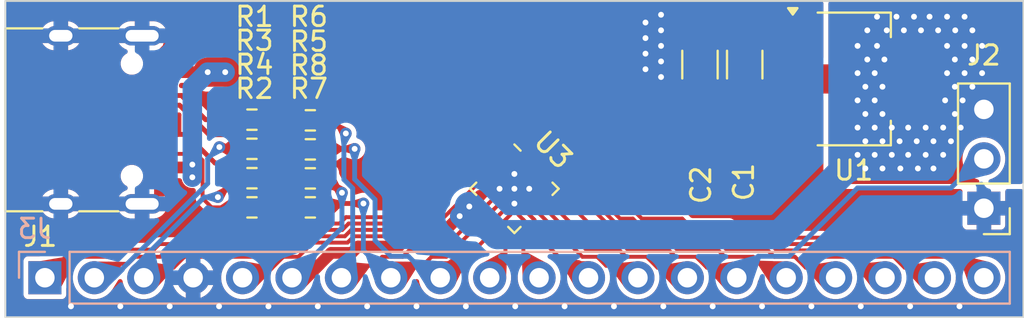
<source format=kicad_pcb>
(kicad_pcb (version 20241229) (generator "pcbnew") (generator_version "9.0")
  (layers (0 "F.Cu" signal) (2 "B.Cu" signal) (13 "F.Paste" user) (15 "B.Paste" user) (5 "F.SilkS" user "F.Silks") (7 "B.SilkS" user "B.Silks") (1 "F.Mask" user) (3 "B.Mask" user) (25 "Edge.Cuts" user))
  (net 0 "")
  (net 1 "GND")
  (net 2 "Net-(U1-VI)")
  (net 3 "VCC")
  (net 4 "Net-(J1-CC1)")
  (net 5 "Net-(J1-D+-PadA6)")
  (net 6 "Net-(J1-D--PadA7)")
  (net 8 "Net-(J1-CC2)")
  (net 10 "Net-(J2-Pin_2)")
  (net 11 "Net-(J3-Pin_1)")
  (net 12 "Net-(J3-Pin_2)")
  (net 13 "Net-(J3-Pin_3)")
  (net 14 "Net-(J3-Pin_5)")
  (net 15 "Net-(J3-Pin_7)")
  (net 16 "Net-(J3-Pin_8)")
  (net 17 "Net-(J3-Pin_9)")
  (net 18 "Net-(J3-Pin_10)")
  (net 19 "Net-(J3-Pin_11)")
  (net 20 "Net-(J3-Pin_12)")
  (net 21 "Net-(J3-Pin_13)")
  (net 22 "Net-(J3-Pin_14)")
  (net 23 "Net-(J3-Pin_16)")
  (net 24 "Net-(J3-Pin_17)")
  (net 25 "Net-(J3-Pin_18)")
  (net 26 "Net-(J3-Pin_19)")
  (net 27 "Net-(J3-Pin_20)")
  (footprint "Connector_PinHeader_2.54mm:PinHeader_1x03_P2.54mm_Vertical" (layer "F.Cu") (at 177.292 124.445 180)
    (property "Reference" "J2")
    (property "Value" "Conn_01x03_Pin" (hide yes))
  )
  (footprint "Capacitor_SMD:C_1206_3216Metric_Pad1.33x1.80mm_HandSolder" (layer "F.Cu") (at 165 117.0625 90)
    (property "Reference" "C1")
    (property "Value" "C")
  )
  (footprint "Connector_USB:USB_C_Receptacle_HRO_TYPE-C-31-M-12" (layer "F.Cu") (at 130.9 119.9 -90)
    (property "Reference" "J1")
    (property "Value" "USB_C_Receptacle_USB2.0" (hide yes))
  )
  (footprint "Capacitor_SMD:C_1206_3216Metric_Pad1.33x1.80mm_HandSolder" (layer "F.Cu") (at 162.7 117.0625 90)
    (property "Reference" "C2")
    (property "Value" "C")
  )
  (footprint "Resistor_SMD:R_0603_1608Metric" (layer "F.Cu") (at 142.675 121.417938)
    (property "Reference" "R5")
    (property "Value" "R_US" (hide yes))
  )
  (footprint "Resistor_SMD:R_0603_1608Metric" (layer "F.Cu") (at 139.675 121.391565 180)
    (property "Reference" "R3")
    (property "Value" "R_US" (hide yes))
  )
  (footprint "Resistor_SMD:R_0603_1608Metric" (layer "F.Cu") (at 142.675 119.926908)
    (property "Reference" "R6")
    (property "Value" "R_US" (hide yes))
  )
  (footprint "Resistor_SMD:R_0603_1608Metric" (layer "F.Cu") (at 142.675 122.908968)
    (property "Reference" "R8")
    (property "Value" "R_US" (hide yes))
  )
  (footprint "Resistor_SMD:R_0603_1608Metric" (layer "F.Cu") (at 139.675 122.9 180)
    (property "Reference" "R4")
    (property "Value" "R_US" (hide yes))
  )
  (footprint "Package_TO_SOT_SMD:SOT-223-3_TabPin2" (layer "F.Cu") (at 170.6 117.8)
    (property "Reference" "U1")
    (property "Value" "AMS1117-3.3" (hide yes))
  )
  (footprint "Resistor_SMD:R_0603_1608Metric" (layer "F.Cu") (at 142.675 124.399998)
    (property "Reference" "R7")
    (property "Value" "R_US" (hide yes))
  )
  (footprint "Package_DFN_QFN:QFN-20-1EP_3x3mm_P0.4mm_EP1.65x1.65mm" (layer "F.Cu") (at 153.162 123.444 -45)
    (property "Reference" "U3")
    (property "Value" "~")
  )
  (footprint "Resistor_SMD:R_0603_1608Metric" (layer "F.Cu") (at 139.675 124.4)
    (property "Reference" "R2")
    (property "Value" "R_US" (hide yes))
  )
  (footprint "Resistor_SMD:R_0603_1608Metric" (layer "F.Cu") (at 139.675 119.891565)
    (property "Reference" "R1")
    (property "Value" "R_US" (hide yes))
  )
  (footprint "Connector_PinHeader_2.54mm:PinHeader_1x20_P2.54mm_Vertical" (layer "B.Cu") (at 129.032 128.016 -90)
    (property "Reference" "J3")
    (property "Value" "Conn_01x20_Pin")
  )
  (gr_rect (start 127 113.792) (end 179.324 130.048) (stroke (width 0.1)) (fill no) (layer "Edge.Cuts"))
  (segment (start 135.495 123.7) (end 135.8 123.7) (width 0.6) (layer "F.Cu") (net 1))
  (segment (start 152.149509 122.997195) (end 152.149509 123.193509) (width 0.2) (layer "F.Cu") (net 1))
  (segment (start 152.149509 123.193509) (end 152.4 123.444) (width 0.2) (layer "F.Cu") (net 1))
  (segment (start 152.596314 123.444) (end 153.162 123.444) (width 0.2) (layer "F.Cu") (net 1))
  (segment (start 134.945 123.15) (end 135.495 123.7) (width 0.6) (layer "F.Cu") (net 1))
  (segment (start 134.945 116.65) (end 135.55 116.65) (width 0.6) (layer "F.Cu") (net 1))
  (segment (start 151.853852 122.701538) (end 152.596314 123.444) (width 0.2) (layer "F.Cu") (net 1))
  (segment (start 151.853852 122.701538) (end 152.149509 122.997195) (width 0.2) (layer "F.Cu") (net 1))
  (segment (start 135.4 116.195) (end 135.4 116.1) (width 0.6) (layer "F.Cu") (net 1))
  (segment (start 152.846805 122.997195) (end 153.162 122.682) (width 0.2) (layer "F.Cu") (net 1))
  (segment (start 135.55 116.65) (end 136.2 116) (width 0.6) (layer "F.Cu") (net 1))
  (segment (start 152.149509 122.997195) (end 152.846805 122.997195) (width 0.2) (layer "F.Cu") (net 1))
  (segment (start 134.945 116.65) (end 135.4 116.195) (width 0.6) (layer "F.Cu") (net 1))
  (via (at 143.057792 129.484503) (size 0.6) (drill 0.3) (layers "F.Cu" "B.Cu") (net 1))
  (via (at 140.520835 129.484503) (size 0.6) (drill 0.3) (layers "F.Cu" "B.Cu") (net 1))
  (via (at 153.162 123.444) (size 0.6) (drill 0.3) (layers "F.Cu" "B.Cu") (net 1))
  (via (at 132.909964 129.484503) (size 0.6) (drill 0.3) (layers "F.Cu" "B.Cu") (net 1))
  (via (at 145.594749 129.484503) (size 0.6) (drill 0.3) (layers "F.Cu" "B.Cu") (net 1))
  (via (at 173.501276 129.484503) (size 0.6) (drill 0.3) (layers "F.Cu" "B.Cu") (net 1))
  (via (at 160.7 116.1) (size 0.6) (drill 0.3) (layers "F.Cu" "B.Cu") (net 1))
  (via (at 155.742577 129.484503) (size 0.6) (drill 0.3) (layers "F.Cu" "B.Cu") (net 1))
  (via (at 159.9 116.5) (size 0.6) (drill 0.3) (layers "F.Cu" "B.Cu") (net 1))
  (via (at 176.038233 129.484503) (size 0.6) (drill 0.3) (layers "F.Cu" "B.Cu") (net 1))
  (via (at 150.668663 129.484503) (size 0.6) (drill 0.3) (layers "F.Cu" "B.Cu") (net 1))
  (via (at 159.9 115.7) (size 0.6) (drill 0.3) (layers "F.Cu" "B.Cu") (net 1))
  (via (at 152.4 123.444) (size 0.6) (drill 0.3) (layers "F.Cu" "B.Cu") (net 1))
  (via (at 160.816491 129.484503) (size 0.6) (drill 0.3) (layers "F.Cu" "B.Cu") (net 1))
  (via (at 163.353448 129.484503) (size 0.6) (drill 0.3) (layers "F.Cu" "B.Cu") (net 1))
  (via (at 137.983878 129.484503) (size 0.6) (drill 0.3) (layers "F.Cu" "B.Cu") (net 1))
  (via (at 160.7 116.9) (size 0.6) (drill 0.3) (layers "F.Cu" "B.Cu") (net 1))
  (via (at 153.20562 129.484503) (size 0.6) (drill 0.3) (layers "F.Cu" "B.Cu") (net 1))
  (via (at 148.131706 129.484503) (size 0.6) (drill 0.3) (layers "F.Cu" "B.Cu") (net 1))
  (via (at 130.373007 129.484503) (size 0.6) (drill 0.3) (layers "F.Cu" "B.Cu") (net 1))
  (via (at 153.162 122.682) (size 0.6) (drill 0.3) (layers "F.Cu" "B.Cu") (net 1))
  (via (at 160.7 115.3) (size 0.6) (drill 0.3) (layers "F.Cu" "B.Cu") (net 1))
  (via (at 153.924 123.444) (size 0.6) (drill 0.3) (layers "F.Cu" "B.Cu") (net 1))
  (via (at 153.162 124.206) (size 0.6) (drill 0.3) (layers "F.Cu" "B.Cu") (net 1))
  (via (at 160.7 114.5) (size 0.6) (drill 0.3) (layers "F.Cu" "B.Cu") (net 1))
  (via (at 159.9 114.9) (size 0.6) (drill 0.3) (layers "F.Cu" "B.Cu") (net 1))
  (via (at 159.9 117.3) (size 0.6) (drill 0.3) (layers "F.Cu" "B.Cu") (net 1))
  (via (at 168.427362 129.484503) (size 0.6) (drill 0.3) (layers "F.Cu" "B.Cu") (net 1))
  (via (at 165.890405 129.484503) (size 0.6) (drill 0.3) (layers "F.Cu" "B.Cu") (net 1))
  (via (at 170.964319 129.484503) (size 0.6) (drill 0.3) (layers "F.Cu" "B.Cu") (net 1))
  (via (at 160.7 117.7) (size 0.6) (drill 0.3) (layers "F.Cu" "B.Cu") (net 1))
  (via (at 158.279534 129.484503) (size 0.6) (drill 0.3) (layers "F.Cu" "B.Cu") (net 1))
  (via (at 135.446921 129.484503) (size 0.6) (drill 0.3) (layers "F.Cu" "B.Cu") (net 1))
  (segment (start 138.3 117.45) (end 134.945 117.45) (width 0.6) (layer "F.Cu") (net 2))
  (segment (start 138.3 117.45) (end 156.25 117.45) (width 1.5) (layer "F.Cu") (net 2))
  (segment (start 136.610283 122.212283) (end 136.6 122.202) (width 0.6) (layer "F.Cu") (net 2))
  (segment (start 166.475 120.1) (end 167.45 120.1) (width 1.3) (layer "F.Cu") (net 2))
  (segment (start 137.4 117.45) (end 138.3 117.45) (width 1.5) (layer "F.Cu") (net 2))
  (segment (start 136.610283 122.852988) (end 136.610283 122.212283) (width 0.6) (layer "F.Cu") (net 2))
  (segment (start 164.248 120.252) (end 165 119.5) (width 1.5) (layer "F.Cu") (net 2))
  (segment (start 165 118.625) (end 166.475 120.1) (width 1.3) (layer "F.Cu") (net 2))
  (segment (start 159.052 120.252) (end 164.248 120.252) (width 1.5) (layer "F.Cu") (net 2))
  (segment (start 136.598 122.202) (end 136.45 122.35) (width 0.6) (layer "F.Cu") (net 2))
  (segment (start 136.6 122.202) (end 136.598 122.202) (width 0.6) (layer "F.Cu") (net 2))
  (segment (start 156.25 117.45) (end 159.052 120.252) (width 1.5) (layer "F.Cu") (net 2))
  (segment (start 136.45 122.35) (end 134.945 122.35) (width 0.6) (layer "F.Cu") (net 2))
  (segment (start 165 119.5) (end 165 118.625) (width 1) (layer "F.Cu") (net 2))
  (via (at 138.3 117.45) (size 0.6) (drill 0.3) (layers "F.Cu" "B.Cu") (net 2))
  (via (at 136.610283 122.852988) (size 0.6) (drill 0.3) (layers "F.Cu" "B.Cu") (net 2))
  (via (at 136.610283 122.2) (size 0.6) (drill 0.3) (layers "F.Cu" "B.Cu") (net 2))
  (via (at 137.4 117.45) (size 0.6) (drill 0.3) (layers "F.Cu" "B.Cu") (net 2))
  (segment (start 137.4 117.45) (end 136.610283 118.239717) (width 1) (layer "B.Cu") (net 2))
  (segment (start 136.610283 122.852988) (end 136.6 122.842705) (width 0.6) (layer "B.Cu") (net 2))
  (segment (start 137.4 117.45) (end 138.3 117.45) (width 1) (layer "B.Cu") (net 2))
  (segment (start 136.610283 118.239717) (end 136.610283 122.852988) (width 1) (layer "B.Cu") (net 2))
  (segment (start 142.882049 127.6) (end 142.148 127.6) (width 0.6) (layer "F.Cu") (net 3))
  (segment (start 167.45 117.8) (end 166.838246 117.8) (width 1.5) (layer "F.Cu") (net 3))
  (segment (start 166.838246 117.8) (end 166.077746 117.0395) (width 1.5) (layer "F.Cu") (net 3))
  (segment (start 144.803709 126.739) (end 143.743049 126.739) (width 0.6) (layer "F.Cu") (net 3))
  (segment (start 163.623 117.0395) (end 162.7 117.9625) (width 1.5) (layer "F.Cu") (net 3))
  (segment (start 142.148 127.6) (end 141.732 128.016) (width 0.6) (layer "F.Cu") (net 3))
  (segment (start 150.844977 124.355023) (end 151.4 123.8) (width 0.6) (layer "F.Cu") (net 3))
  (segment (start 149.115 126.085) (end 147.535261 126.085) (width 0.6) (layer "F.Cu") (net 3))
  (segment (start 144.3 123.648) (end 143.560968 122.908968) (width 0.25) (layer "F.Cu") (net 3))
  (segment (start 145.130709 126.412) (end 144.803709 126.739) (width 0.6) (layer "F.Cu") (net 3))
  (segment (start 143.560968 122.908968) (end 143.5 122.908968) (width 0.25) (layer "F.Cu") (net 3))
  (segment (start 167.45 117.8) (end 173.75 117.8) (width 1.5) (layer "F.Cu") (net 3))
  (segment (start 162.7 117.9625) (end 162.7 118.625) (width 1.5) (layer "F.Cu") (net 3))
  (segment (start 143.743049 126.739) (end 142.882049 127.6) (width 0.6) (layer "F.Cu") (net 3))
  (segment (start 150.35 124.85) (end 149.115 126.085) (width 0.6) (layer "F.Cu") (net 3))
  (segment (start 147.208261 126.412) (end 145.130709 126.412) (width 0.6) (layer "F.Cu") (net 3))
  (segment (start 150.35 124.85) (end 150.844977 124.355023) (width 0.6) (layer "F.Cu") (net 3))
  (segment (start 147.535261 126.085) (end 147.208261 126.412) (width 0.6) (layer "F.Cu") (net 3))
  (segment (start 166.077746 117.0395) (end 163.623 117.0395) (width 1.5) (layer "F.Cu") (net 3))
  (via (at 171.2 122.4) (size 0.6) (drill 0.3) (layers "F.Cu" "B.Cu") (net 3))
  (via (at 170.8 117.5) (size 0.6) (drill 0.3) (layers "F.Cu" "B.Cu") (net 3))
  (via (at 171.8 116.1) (size 0.6) (drill 0.3) (layers "F.Cu" "B.Cu") (net 3))
  (via (at 174.7 122.4) (size 0.6) (drill 0.3) (layers "F.Cu" "B.Cu") (net 3))
  (via (at 175.8 119.6) (size 0.6) (drill 0.3) (layers "F.Cu" "B.Cu") (net 3))
  (via (at 175.8 118.2) (size 0.6) (drill 0.3) (layers "F.Cu" "B.Cu") (net 3))
  (via (at 173.4 121.7) (size 0.6) (drill 0.3) (layers "F.Cu" "B.Cu") (net 3))
  (via (at 171.2 121) (size 0.6) (drill 0.3) (layers "F.Cu" "B.Cu") (net 3))
  (via (at 176.7 116.8) (size 0.6) (drill 0.3) (layers "F.Cu" "B.Cu") (net 3))
  (via (at 174.94 115.3) (size 0.6) (drill 0.3) (layers "F.Cu" "B.Cu") (net 3))
  (via (at 173.18 115.3) (size 0.6) (drill 0.3) (layers "F.Cu" "B.Cu") (net 3))
  (via (at 173.4 120.3) (size 0.6) (drill 0.3) (layers "F.Cu" "B.Cu") (net 3))
  (via (at 172.08 121) (size 0.6) (drill 0.3) (layers "F.Cu" "B.Cu") (net 3))
  (via (at 172.3 115.3) (size 0.6) (drill 0.3) (layers "F.Cu" "B.Cu") (net 3))
  (via (at 150.844977 124.355023) (size 0.6) (drill 0.3) (layers "F.Cu" "B.Cu") (net 3))
  (via (at 144.3 123.648) (size 0.6) (drill 0.3) (layers "F.Cu" "B.Cu") (net 3))
  (via (at 174.5 114.6) (size 0.6) (drill 0.3) (layers "F.Cu" "B.Cu") (net 3))
  (via (at 171.68 117.5) (size 0.6) (drill 0.3) (layers "F.Cu" "B.Cu") (net 3))
  (via (at 173.84 121) (size 0.6) (drill 0.3) (layers "F.Cu" "B.Cu") (net 3))
  (via (at 171.68 120.3) (size 0.6) (drill 0.3) (layers "F.Cu" "B.Cu") (net 3))
  (via (at 176.3 117.5) (size 0.6) (drill 0.3) (layers "F.Cu" "B.Cu") (net 3))
  (via (at 173.9 122.4) (size 0.6) (drill 0.3) (layers "F.Cu" "B.Cu") (net 3))
  (via (at 172.08 118.2) (size 0.6) (drill 0.3) (layers "F.Cu" "B.Cu") (net 3))
  (via (at 173.7 114.6) (size 0.6) (drill 0.3) (layers "F.Cu" "B.Cu") (net 3))
  (via (at 172.08 119.6) (size 0.6) (drill 0.3) (layers "F.Cu" "B.Cu") (net 3))
  (via (at 171.2 118.2) (size 0.6) (drill 0.3) (layers "F.Cu" "B.Cu") (net 3))
  (via (at 176.3 114.6) (size 0.6) (drill 0.3) (layers "F.Cu" "B.Cu") (net 3))
  (via (at 170.8 116.1) (size 0.6) (drill 0.3) (layers "F.Cu" "B.Cu") (net 3))
  (via (at 172.18 116.8) (size 0.6) (drill 0.3) (layers "F.Cu" "B.Cu") (net 3))
  (via (at 176.7 118.2) (size 0.6) (drill 0.3) (layers "F.Cu" "B.Cu") (net 3))
  (via (at 171.68 118.9) (size 0.6) (drill 0.3) (layers "F.Cu" "B.Cu") (net 3))
  (via (at 150.35 124.85) (size 0.6) (drill 0.3) (layers "F.Cu" "B.Cu") (net 3))
  (via (at 170.8 118.9) (size 0.6) (drill 0.3) (layers "F.Cu" "B.Cu") (net 3))
  (via (at 174.3 121.7) (size 0.6) (drill 0.3) (layers "F.Cu" "B.Cu") (net 3))
  (via (at 175.8 116.8) (size 0.6) (drill 0.3) (layers "F.Cu" "B.Cu") (net 3))
  (via (at 177.2 116.1) (size 0.6) (drill 0.3) (layers "F.Cu" "B.Cu") (net 3))
  (via (at 172.8 114.6) (size 0.6) (drill 0.3) (layers "F.Cu" "B.Cu") (net 3))
  (via (at 173 122.4) (size 0.6) (drill 0.3) (layers "F.Cu" "B.Cu") (net 3))
  (via (at 177.2 117.5) (size 0.6) (drill 0.3) (layers "F.Cu" "B.Cu") (net 3))
  (via (at 172.08 122.4) (size 0.6) (drill 0.3) (layers "F.Cu" "B.Cu") (net 3))
  (via (at 176.3 116.1) (size 0.6) (drill 0.3) (layers "F.Cu" "B.Cu") (net 3))
  (via (at 175.4 114.6) (size 0.6) (drill 0.3) (layers "F.Cu" "B.Cu") (net 3))
  (via (at 175.4 116.1) (size 0.6) (drill 0.3) (layers "F.Cu" "B.Cu") (net 3))
  (via (at 175.2 121.7) (size 0.6) (drill 0.3) (layers "F.Cu" "B.Cu") (net 3))
  (via (at 172.96 121) (size 0.6) (drill 0.3) (layers "F.Cu" "B.Cu") (net 3))
  (via (at 172.56 120.3) (size 0.6) (drill 0.3) (layers "F.Cu" "B.Cu") (net 3))
  (via (at 171.68 121.7) (size 0.6) (drill 0.3) (layers "F.Cu" "B.Cu") (net 3))
  (via (at 174.06 115.3) (size 0.6) (drill 0.3) (layers "F.Cu" "B.Cu") (net 3))
  (via (at 171.3 116.8) (size 0.6) (drill 0.3) (layers "F.Cu" "B.Cu") (net 3))
  (via (at 170.8 120.3) (size 0.6) (drill 0.3) (layers "F.Cu" "B.Cu") (net 3))
  (via (at 175.82 115.3) (size 0.6) (drill 0.3) (layers "F.Cu" "B.Cu") (net 3))
  (via (at 171.3 115.3) (size 0.6) (drill 0.3) (layers "F.Cu" "B.Cu") (net 3))
  (via (at 171.2 119.6) (size 0.6) (drill 0.3) (layers "F.Cu" "B.Cu") (net 3))
  (via (at 175.4 117.5) (size 0.6) (drill 0.3) (layers "F.Cu" "B.Cu") (net 3))
  (via (at 176.7 115.3) (size 0.6) (drill 0.3) (layers "F.Cu" "B.Cu") (net 3))
  (via (at 175.2 120.3) (size 0.6) (drill 0.3) (layers "F.Cu" "B.Cu") (net 3))
  (via (at 174.7 121) (size 0.6) (drill 0.3) (layers "F.Cu" "B.Cu") (net 3))
  (via (at 176.1 120.3) (size 0.6) (drill 0.3) (layers "F.Cu" "B.Cu") (net 3))
  (via (at 174.3 120.3) (size 0.6) (drill 0.3) (layers "F.Cu" "B.Cu") (net 3))
  (via (at 170.8 121.7) (size 0.6) (drill 0.3) (layers "F.Cu" "B.Cu") (net 3))
  (via (at 172.56 121.7) (size 0.6) (drill 0.3) (layers "F.Cu" "B.Cu") (net 3))
  (via (at 176.2 118.9) (size 0.6) (drill 0.3) (layers "F.Cu" "B.Cu") (net 3))
  (via (at 171.8 114.6) (size 0.6) (drill 0.3) (layers "F.Cu" "B.Cu") (net 3))
  (via (at 175.6 121) (size 0.6) (drill 0.3) (layers "F.Cu" "B.Cu") (net 3))
  (via (at 175.3 118.9) (size 0.6) (drill 0.3) (layers "F.Cu" "B.Cu") (net 3))
  (segment (start 151.872954 125.383) (end 152.289954 125.8) (width 1.5) (layer "B.Cu") (net 3))
  (segment (start 166.8 125.8) (end 171.6 121) (width 1.5) (layer "B.Cu") (net 3))
  (segment (start 144.3 125.448) (end 141.732 128.016) (width 0.25) (layer "B.Cu") (net 3))
  (segment (start 144.3 123.648) (end 144.3 125.448) (width 0.25) (layer "B.Cu") (net 3))
  (segment (start 150.35 124.85) (end 150.883 125.383) (width 1) (layer "B.Cu") (net 3))
  (segment (start 171.6 121) (end 172.96 121) (width 1.5) (layer "B.Cu") (net 3))
  (segment (start 150.883 125.383) (end 151.872954 125.383) (width 0.6) (layer "B.Cu") (net 3))
  (segment (start 150.844977 124.355023) (end 151.872954 125.383) (width 1.5) (layer "B.Cu") (net 3))
  (segment (start 152.289954 125.8) (end 166.8 125.8) (width 1.5) (layer "B.Cu") (net 3))
  (segment (start 138.85 119.891565) (end 137.291565 119.891565) (width 0.25) (layer "F.Cu") (net 4))
  (segment (start 136.05 118.65) (end 134.945 118.65) (width 0.25) (layer "F.Cu") (net 4))
  (segment (start 137.291565 119.891565) (end 136.05 118.65) (width 0.25) (layer "F.Cu") (net 4))
  (segment (start 140.5 122.9) (end 139.718565 122.118565) (width 0.25) (layer "F.Cu") (net 5))
  (segment (start 136.303378 120.65) (end 135.85 120.65) (width 0.25) (layer "F.Cu") (net 5))
  (segment (start 139.718565 122.118565) (end 137.771943 122.118565) (width 0.25) (layer "F.Cu") (net 5))
  (segment (start 135.922 120.578) (end 135.85 120.65) (width 0.25) (layer "F.Cu") (net 5))
  (segment (start 135.92 119.65) (end 135.922 119.652) (width 0.25) (layer "F.Cu") (net 5))
  (segment (start 140.5 122.9) (end 140.5 123.05) (width 0.25) (layer "F.Cu") (net 5))
  (segment (start 135.85 120.65) (end 134.945 120.65) (width 0.25) (layer "F.Cu") (net 5))
  (segment (start 134.945 119.65) (end 135.92 119.65) (width 0.25) (layer "F.Cu") (net 5))
  (segment (start 137.771943 122.118565) (end 136.303378 120.65) (width 0.25) (layer "F.Cu") (net 5))
  (segment (start 140.5 123.05) (end 141.85 124.4) (width 0.25) (layer "F.Cu") (net 5))
  (segment (start 135.922 119.652) (end 135.922 120.578) (width 0.25) (layer "F.Cu") (net 5))
  (segment (start 133.97 119.15) (end 133.968 119.152) (width 0.25) (layer "F.Cu") (net 6))
  (segment (start 133.968 120.148) (end 133.97 120.15) (width 0.25) (layer "F.Cu") (net 6))
  (segment (start 134.945 119.15) (end 133.97 119.15) (width 0.25) (layer "F.Cu") (net 6))
  (segment (start 141.883131 119.926908) (end 141.883131 120.008434) (width 0.2) (layer "F.Cu") (net 6))
  (segment (start 141.85 122.908968) (end 141.85 122.741565) (width 0.25) (layer "F.Cu") (net 6))
  (segment (start 141.875 119.935039) (end 141.883131 119.926908) (width 0.25) (layer "F.Cu") (net 6))
  (segment (start 140.5 121.391565) (end 141.875 121.391565) (width 0.25) (layer "F.Cu") (net 6))
  (segment (start 141.875 121.391565) (end 141.875 119.935039) (width 0.25) (layer "F.Cu") (net 6))
  (segment (start 141.85 122.741565) (end 140.5 121.391565) (width 0.25) (layer "F.Cu") (net 6))
  (segment (start 141.85 122.908968) (end 141.85 121.417938) (width 0.25) (layer "F.Cu") (net 6))
  (segment (start 141.883131 120.008434) (end 140.5 121.391565) (width 0.2) (layer "F.Cu") (net 6))
  (segment (start 135.953159 119.15) (end 137.467724 120.664565) (width 0.25) (layer "F.Cu") (net 6))
  (segment (start 137.467724 120.664565) (end 139.773 120.664565) (width 0.25) (layer "F.Cu") (net 6))
  (segment (start 133.968 119.152) (end 133.968 120.148) (width 0.25) (layer "F.Cu") (net 6))
  (segment (start 133.97 120.15) (end 134.945 120.15) (width 0.25) (layer "F.Cu") (net 6))
  (segment (start 139.773 120.664565) (end 140.5 121.391565) (width 0.25) (layer "F.Cu") (net 6))
  (segment (start 134.945 119.15) (end 135.953159 119.15) (width 0.25) (layer "F.Cu") (net 6))
  (segment (start 138.664645 124.4) (end 138.85 124.4) (width 0.2) (layer "F.Cu") (net 8))
  (segment (start 134.945 121.65) (end 136.805574 121.65) (width 0.2) (layer "F.Cu") (net 8))
  (segment (start 137.137283 123.937283) (end 137.6 124.4) (width 0.2) (layer "F.Cu") (net 8))
  (segment (start 137.137283 121.981709) (end 137.137283 123.937283) (width 0.2) (layer "F.Cu") (net 8))
  (segment (start 137.6 124.4) (end 138.85 124.4) (width 0.2) (layer "F.Cu") (net 8))
  (segment (start 136.805574 121.65) (end 137.137283 121.981709) (width 0.2) (layer "F.Cu") (net 8))
  (segment (start 157.134371 126.285) (end 158.705896 126.285) (width 0.2) (layer "F.Cu") (net 10))
  (segment (start 159.032896 126.612) (end 161.110448 126.612) (width 0.2) (layer "F.Cu") (net 10))
  (segment (start 164.106385 127.52953) (end 164.557058 127.981058) (width 0.25) (layer "F.Cu") (net 10))
  (segment (start 164.076 127.5) (end 164.592 128.016) (width 0.2) (layer "F.Cu") (net 10))
  (segment (start 158.705896 126.285) (end 159.032896 126.612) (width 0.2) (layer "F.Cu") (net 10))
  (segment (start 163.059109 127.5) (end 164.076 127.5) (width 0.2) (layer "F.Cu") (net 10))
  (segment (start 161.110448 126.612) (end 161.437448 126.939) (width 0.2) (layer "F.Cu") (net 10))
  (segment (start 161.437448 126.939) (end 162.498109 126.939) (width 0.2) (layer "F.Cu") (net 10))
  (segment (start 176.595 121.905) (end 177.292 121.905) (width 0.25) (layer "F.Cu") (net 10))
  (segment (start 164.557058 127.981058) (end 164.592 128.016) (width 0.25) (layer "F.Cu") (net 10))
  (segment (start 154.75299 123.903619) (end 157.134371 126.285) (width 0.2) (layer "F.Cu") (net 10))
  (segment (start 162.498109 126.939) (end 163.059109 127.5) (width 0.2) (layer "F.Cu") (net 10))
  (segment (start 167.286 126.914) (end 165.694 126.914) (width 0.25) (layer "B.Cu") (net 10))
  (segment (start 177.095 121.905) (end 175.598 123.402) (width 0.25) (layer "B.Cu") (net 10))
  (segment (start 177.292 121.905) (end 177.095 121.905) (width 0.25) (layer "B.Cu") (net 10))
  (segment (start 165.694 126.914) (end 164.592 128.016) (width 0.25) (layer "B.Cu") (net 10))
  (segment (start 170.798 123.402) (end 167.286 126.914) (width 0.25) (layer "B.Cu") (net 10))
  (segment (start 175.598 123.402) (end 170.798 123.402) (width 0.25) (layer "B.Cu") (net 10))
  (segment (start 146.910626 124.577) (end 146.583626 124.904) (width 0.2) (layer "F.Cu") (net 11))
  (segment (start 144.179074 125.231) (end 142.384365 125.231) (width 0.2) (layer "F.Cu") (net 11))
  (segment (start 146.583626 124.904) (end 144.506074 124.904) (width 0.2) (layer "F.Cu") (net 11))
  (segment (start 151.143619 121.469038) (end 148.035657 124.577) (width 0.2) (layer "F.Cu") (net 11))
  (segment (start 139.862656 125.958) (end 139.535656 126.285) (width 0.2) (layer "F.Cu") (net 11))
  (segment (start 141.657365 125.958) (end 139.862656 125.958) (width 0.2) (layer "F.Cu") (net 11))
  (segment (start 134.630104 126.573) (end 132.552552 126.573) (width 0.2) (layer "F.Cu") (net 11))
  (segment (start 130.109 126.939) (end 129.032 128.016) (width 0.2) (layer "F.Cu") (net 11))
  (segment (start 142.384365 125.231) (end 141.657365 125.958) (width 0.2) (layer "F.Cu") (net 11))
  (segment (start 134.918104 126.285) (end 134.630104 126.573) (width 0.2) (layer "F.Cu") (net 11))
  (segment (start 132.552552 126.573) (end 132.186552 126.939) (width 0.2) (layer "F.Cu") (net 11))
  (segment (start 148.035657 124.577) (end 146.910626 124.577) (width 0.2) (layer "F.Cu") (net 11))
  (segment (start 152.318409 121.469038) (end 151.143619 121.469038) (width 0.2) (layer "F.Cu") (net 11))
  (segment (start 144.506074 124.904) (end 144.179074 125.231) (width 0.2) (layer "F.Cu") (net 11))
  (segment (start 132.186552 126.939) (end 130.109 126.939) (width 0.2) (layer "F.Cu") (net 11))
  (segment (start 152.702381 121.85301) (end 152.318409 121.469038) (width 0.2) (layer "F.Cu") (net 11))
  (segment (start 139.535656 126.285) (end 134.918104 126.285) (width 0.2) (layer "F.Cu") (net 11))
  (segment (start 144.314522 125.558) (end 142.519813 125.558) (width 0.2) (layer "F.Cu") (net 12))
  (segment (start 133.665891 126.939) (end 133.304891 127.3) (width 0.2) (layer "F.Cu") (net 12))
  (segment (start 133.304891 127.3) (end 132.288 127.3) (width 0.2) (layer "F.Cu") (net 12))
  (segment (start 138 121.3) (end 138.091565 121.391565) (width 0.25) (layer "F.Cu") (net 12))
  (segment (start 152.419538 122.135852) (end 152.079724 121.796038) (width 0.2) (layer "F.Cu") (net 12))
  (segment (start 138.091565 121.391565) (end 138.85 121.391565) (width 0.25) (layer "F.Cu") (net 12))
  (segment (start 151.279067 121.796038) (end 148.171105 124.904) (width 0.2) (layer "F.Cu") (net 12))
  (segment (start 132.288 127.3) (end 131.572 128.016) (width 0.2) (layer "F.Cu") (net 12))
  (segment (start 152.079724 121.796038) (end 151.279067 121.796038) (width 0.2) (layer "F.Cu") (net 12))
  (segment (start 141.792813 126.285) (end 139.998104 126.285) (width 0.2) (layer "F.Cu") (net 12))
  (segment (start 139.998104 126.285) (end 139.671104 126.612) (width 0.2) (layer "F.Cu") (net 12))
  (segment (start 146.719074 125.231) (end 144.641522 125.231) (width 0.2) (layer "F.Cu") (net 12))
  (segment (start 134.961 126.939) (end 133.665891 126.939) (width 0.2) (layer "F.Cu") (net 12))
  (segment (start 139.671104 126.612) (end 135.288 126.612) (width 0.2) (layer "F.Cu") (net 12))
  (segment (start 144.641522 125.231) (end 144.314522 125.558) (width 0.2) (layer "F.Cu") (net 12))
  (segment (start 142.519813 125.558) (end 141.792813 126.285) (width 0.2) (layer "F.Cu") (net 12))
  (segment (start 147.046074 124.904) (end 146.719074 125.231) (width 0.2) (layer "F.Cu") (net 12))
  (segment (start 135.288 126.612) (end 134.961 126.939) (width 0.2) (layer "F.Cu") (net 12))
  (segment (start 148.171105 124.904) (end 147.046074 124.904) (width 0.2) (layer "F.Cu") (net 12))
  (via (at 138 121.3) (size 0.6) (drill 0.3) (layers "F.Cu" "B.Cu") (net 12))
  (segment (start 133.01 127.559536) (end 133.01 127.59) (width 0.25) (layer "B.Cu") (net 12))
  (segment (start 132.584 128.016) (end 131.572 128.016) (width 0.25) (layer "B.Cu") (net 12))
  (segment (start 133.01 127.59) (end 132.584 128.016) (width 0.25) (layer "B.Cu") (net 12))
  (segment (start 137.4 121.9) (end 137.4 123.169536) (width 0.25) (layer "B.Cu") (net 12))
  (segment (start 138 121.3) (end 137.4 121.9) (width 0.25) (layer "B.Cu") (net 12))
  (segment (start 137.4 123.169536) (end 133.01 127.559536) (width 0.25) (layer "B.Cu") (net 12))
  (segment (start 138.895646 122.9) (end 138.9 122.9) (width 0.25) (layer "F.Cu") (net 13))
  (segment (start 140.133552 126.612) (end 139.806552 126.939) (width 0.2) (layer "F.Cu") (net 13))
  (segment (start 147.181522 125.231) (end 146.854522 125.558) (width 0.2) (layer "F.Cu") (net 13))
  (segment (start 141.928261 126.612) (end 140.133552 126.612) (width 0.2) (layer "F.Cu") (net 13))
  (segment (start 152.136695 122.418695) (end 151.841038 122.123038) (width 0.2) (layer "F.Cu") (net 13))
  (segment (start 137.922646 123.873) (end 138.895646 122.9) (width 0.25) (layer "F.Cu") (net 13))
  (segment (start 144.77697 125.558) (end 144.44997 125.885) (width 0.2) (layer "F.Cu") (net 13))
  (segment (start 148.306553 125.231) (end 147.181522 125.231) (width 0.2) (layer "F.Cu") (net 13))
  (segment (start 136.205891 126.939) (end 135.644891 127.5) (width 0.2) (layer "F.Cu") (net 13))
  (segment (start 134.628 127.5) (end 134.112 128.016) (width 0.2) (layer "F.Cu") (net 13))
  (segment (start 135.644891 127.5) (end 134.628 127.5) (width 0.2) (layer "F.Cu") (net 13))
  (segment (start 142.655261 125.885) (end 141.928261 126.612) (width 0.2) (layer "F.Cu") (net 13))
  (segment (start 151.841038 122.123038) (end 151.414515 122.123038) (width 0.2) (layer "F.Cu") (net 13))
  (segment (start 144.44997 125.885) (end 142.655261 125.885) (width 0.2) (layer "F.Cu") (net 13))
  (segment (start 139.806552 126.939) (end 136.205891 126.939) (width 0.2) (layer "F.Cu") (net 13))
  (segment (start 151.414515 122.123038) (end 148.306553 125.231) (width 0.2) (layer "F.Cu") (net 13))
  (segment (start 146.854522 125.558) (end 144.77697 125.558) (width 0.2) (layer "F.Cu") (net 13))
  (via (at 137.922646 123.873) (size 0.6) (drill 0.3) (layers "F.Cu" "B.Cu") (net 13))
  (segment (start 137.922646 123.873) (end 137.229694 123.873) (width 0.25) (layer "B.Cu") (net 13))
  (segment (start 134.112 126.990694) (end 134.112 128.016) (width 0.25) (layer "B.Cu") (net 13))
  (segment (start 137.229694 123.873) (end 134.112 126.990694) (width 0.25) (layer "B.Cu") (net 13))
  (segment (start 144.585418 126.212) (end 142.790709 126.212) (width 0.2) (layer "F.Cu") (net 14))
  (segment (start 142.063709 126.939) (end 141.285891 126.939) (width 0.2) (layer "F.Cu") (net 14))
  (segment (start 151.18171 123.273) (end 148.89671 125.558) (width 0.2) (layer "F.Cu") (net 14))
  (segment (start 147.31697 125.558) (end 146.98997 125.885) (width 0.2) (layer "F.Cu") (net 14))
  (segment (start 151.561555 122.961556) (end 151.3 122.7) (width 0.2) (layer "F.Cu") (net 14))
  (segment (start 148.89671 125.558) (end 147.31697 125.558) (width 0.2) (layer "F.Cu") (net 14))
  (segment (start 146.98997 125.885) (end 144.912418 125.885) (width 0.2) (layer "F.Cu") (net 14))
  (segment (start 141.285891 126.939) (end 140.624891 127.6) (width 0.2) (layer "F.Cu") (net 14))
  (segment (start 142.790709 126.212) (end 142.063709 126.939) (width 0.2) (layer "F.Cu") (net 14))
  (segment (start 151.57101 122.97101) (end 151.3 122.7) (width 0.2) (layer "F.Cu") (net 14))
  (segment (start 139.608 127.6) (end 139.192 128.016) (width 0.2) (layer "F.Cu") (net 14))
  (segment (start 151.282391 123.273) (end 151.18171 123.273) (width 0.2) (layer "F.Cu") (net 14))
  (segment (start 144.912418 125.885) (end 144.585418 126.212) (width 0.2) (layer "F.Cu") (net 14))
  (segment (start 139.420976 127.790456) (end 139.192 128.016) (width 0.2) (layer "F.Cu") (net 14))
  (segment (start 151.57101 122.984381) (end 151.57101 122.97101) (width 0.2) (layer "F.Cu") (net 14))
  (segment (start 140.624891 127.6) (end 139.608 127.6) (width 0.2) (layer "F.Cu") (net 14))
  (segment (start 151.57101 122.984381) (end 151.282391 123.273) (width 0.2) (layer "F.Cu") (net 14))
  (segment (start 151.57101 122.984381) (end 151.561555 122.961556) (width 0.2) (layer "F.Cu") (net 14))
  (segment (start 147.735261 126.630291) (end 147.426552 126.939) (width 0.2) (layer "F.Cu") (net 15))
  (segment (start 145.904891 127.4) (end 144.888 127.4) (width 0.2) (layer "F.Cu") (net 15))
  (segment (start 151.853852 124.186462) (end 149.428314 126.612) (width 0.2) (layer "F.Cu") (net 15))
  (segment (start 143.535343 119.635343) (end 143.533131 119.635343) (width 0.2) (layer "F.Cu") (net 15))
  (segment (start 144.5 120.6) (end 143.535343 119.635343) (width 0.2) (layer "F.Cu") (net 15))
  (segment (start 144.888 127.4) (end 144.272 128.016) (width 0.2) (layer "F.Cu") (net 15))
  (segment (start 149.428314 126.612) (end 147.753551 126.612) (width 0.2) (layer "F.Cu") (net 15))
  (segment (start 147.753551 126.612) (end 147.735261 126.63029) (width 0.2) (layer "F.Cu") (net 15))
  (segment (start 146.365891 126.939) (end 145.904891 127.4) (width 0.2) (layer "F.Cu") (net 15))
  (segment (start 147.426552 126.939) (end 146.365891 126.939) (width 0.2) (layer "F.Cu") (net 15))
  (segment (start 147.735261 126.63029) (end 147.735261 126.630291) (width 0.2) (layer "F.Cu") (net 15))
  (via (at 144.5 120.6) (size 0.6) (drill 0.3) (layers "F.Cu" "B.Cu") (net 15))
  (segment (start 144.852 123.419354) (end 144.852 127.436) (width 0.25) (layer "B.Cu") (net 15))
  (segment (start 144.4 122.967354) (end 144.852 123.419354) (width 0.25) (layer "B.Cu") (net 15))
  (segment (start 144.852 127.436) (end 144.272 128.016) (width 0.25) (layer "B.Cu") (net 15))
  (segment (start 144.5 120.6) (end 144.4 120.7) (width 0.25) (layer "B.Cu") (net 15))
  (segment (start 144.4 120.7) (end 144.4 122.967354) (width 0.25) (layer "B.Cu") (net 15))
  (segment (start 147.528 127.3) (end 146.812 128.016) (width 0.2) (layer "F.Cu") (net 16))
  (segment (start 148.905891 126.939) (end 148.544891 127.3) (width 0.2) (layer "F.Cu") (net 16))
  (segment (start 149.667 126.939) (end 148.905891 126.939) (width 0.2) (layer "F.Cu") (net 16))
  (segment (start 148.544891 127.3) (end 147.528 127.3) (width 0.2) (layer "F.Cu") (net 16))
  (segment (start 145.404 124.2) (end 143.7 124.2) (width 0.25) (layer "F.Cu") (net 16))
  (segment (start 143.7 124.2) (end 143.5 124.4) (width 0.25) (layer "F.Cu") (net 16))
  (segment (start 152.136695 124.469305) (end 149.667 126.939) (width 0.2) (layer "F.Cu") (net 16))
  (via (at 145.404 124.2) (size 0.6) (drill 0.3) (layers "F.Cu" "B.Cu") (net 16))
  (segment (start 145.4 124.204) (end 145.4 126.604) (width 0.25) (layer "B.Cu") (net 16))
  (segment (start 145.404 124.2) (end 145.4 124.204) (width 0.25) (layer "B.Cu") (net 16))
  (segment (start 145.4 126.604) (end 146.812 128.016) (width 0.25) (layer "B.Cu") (net 16))
  (segment (start 151.9 125.271686) (end 151.9 125.8) (width 0.2) (layer "F.Cu") (net 17))
  (segment (start 152.419538 124.752148) (end 151.9 125.271686) (width 0.2) (layer "F.Cu") (net 17))
  (segment (start 149.684 128.016) (end 149.352 128.016) (width 0.2) (layer "F.Cu") (net 17))
  (segment (start 151.9 125.8) (end 149.684 128.016) (width 0.2) (layer "F.Cu") (net 17))
  (segment (start 144.952 121.391565) (end 143.5 121.391565) (width 0.25) (layer "F.Cu") (net 17))
  (via (at 144.952 121.391565) (size 0.6) (drill 0.3) (layers "F.Cu" "B.Cu") (net 17))
  (arc (start 149.538815 127.564989) (mid 149.400552 127.771914) (end 149.352 128.016) (width 0.25) (layer "F.Cu") (net 17))
  (segment (start 146.814 126.914) (end 147.714 126.914) (width 0.25) (layer "B.Cu") (net 17))
  (segment (start 146 126.1) (end 146.814 126.914) (width 0.25) (layer "B.Cu") (net 17))
  (segment (start 144.952 122.952) (end 146 124) (width 0.25) (layer "B.Cu") (net 17))
  (segment (start 146 124) (end 146 126.1) (width 0.25) (layer "B.Cu") (net 17))
  (segment (start 148.816 128.016) (end 149.352 128.016) (width 0.25) (layer "B.Cu") (net 17))
  (segment (start 144.952 121.391565) (end 144.952 122.952) (width 0.25) (layer "B.Cu") (net 17))
  (segment (start 147.714 126.914) (end 148.816 128.016) (width 0.25) (layer "B.Cu") (net 17))
  (segment (start 152.702381 127.205619) (end 151.892 128.016) (width 0.2) (layer "F.Cu") (net 18))
  (segment (start 152.702381 125.03499) (end 152.702381 127.205619) (width 0.2) (layer "F.Cu") (net 18))
  (segment (start 153.623634 127.207634) (end 154.432 128.016) (width 0.2) (layer "F.Cu") (net 19))
  (segment (start 153.621619 125.03499) (end 153.623634 125.037005) (width 0.2) (layer "F.Cu") (net 19))
  (segment (start 153.623634 125.037005) (end 153.623634 127.207634) (width 0.2) (layer "F.Cu") (net 19))
  (segment (start 154.200119 125.047805) (end 154.200119 125.700119) (width 0.2) (layer "F.Cu") (net 20))
  (segment (start 153.904462 124.752148) (end 154.200119 125.047805) (width 0.2) (layer "F.Cu") (net 20))
  (segment (start 154.200119 125.700119) (end 156.516 128.016) (width 0.2) (layer "F.Cu") (net 20))
  (segment (start 156.516 128.016) (end 156.972 128.016) (width 0.2) (layer "F.Cu") (net 20))
  (segment (start 157.418109 126.939) (end 157.879109 127.4) (width 0.2) (layer "F.Cu") (net 21))
  (segment (start 154.187305 124.469305) (end 156.657 126.939) (width 0.2) (layer "F.Cu") (net 21))
  (segment (start 158.962246 127.466245) (end 159.512 128.016) (width 0.2) (layer "F.Cu") (net 21))
  (segment (start 158.896 127.4) (end 159.512 128.016) (width 0.2) (layer "F.Cu") (net 21))
  (segment (start 156.657 126.939) (end 157.418109 126.939) (width 0.2) (layer "F.Cu") (net 21))
  (segment (start 157.879109 127.4) (end 158.896 127.4) (width 0.2) (layer "F.Cu") (net 21))
  (segment (start 160.519109 127.5) (end 161.536 127.5) (width 0.2) (layer "F.Cu") (net 22))
  (segment (start 159.958109 126.939) (end 160.519109 127.5) (width 0.2) (layer "F.Cu") (net 22))
  (segment (start 161.536 127.5) (end 162.052 128.016) (width 0.2) (layer "F.Cu") (net 22))
  (segment (start 154.470148 124.186462) (end 156.895686 126.612) (width 0.2) (layer "F.Cu") (net 22))
  (segment (start 156.895686 126.612) (end 158.570448 126.612) (width 0.2) (layer "F.Cu") (net 22))
  (segment (start 158.570448 126.612) (end 158.897448 126.939) (width 0.2) (layer "F.Cu") (net 22))
  (segment (start 158.897448 126.939) (end 159.958109 126.939) (width 0.2) (layer "F.Cu") (net 22))
  (segment (start 159.168344 126.285) (end 161.245896 126.285) (width 0.2) (layer "F.Cu") (net 23))
  (segment (start 157.726609 125.958) (end 158.841344 125.958) (width 0.2) (layer "F.Cu") (net 23))
  (segment (start 163.977674 126.939226) (end 165.439226 126.939226) (width 0.2) (layer "F.Cu") (net 23))
  (segment (start 154.75299 122.984381) (end 157.726609 125.958) (width 0.2) (layer "F.Cu") (net 23))
  (segment (start 158.841344 125.958) (end 159.168344 126.285) (width 0.2) (layer "F.Cu") (net 23))
  (segment (start 163.650448 126.612) (end 163.977674 126.939226) (width 0.2) (layer "F.Cu") (net 23))
  (segment (start 165.439226 126.939226) (end 166.516 128.016) (width 0.2) (layer "F.Cu") (net 23))
  (segment (start 166.516 128.016) (end 167.132 128.016) (width 0.2) (layer "F.Cu") (net 23))
  (segment (start 161.572896 126.612) (end 163.650448 126.612) (width 0.2) (layer "F.Cu") (net 23))
  (segment (start 161.245896 126.285) (end 161.572896 126.612) (width 0.2) (layer "F.Cu") (net 23))
  (segment (start 166.517448 126.939) (end 167.578109 126.939) (width 0.2) (layer "F.Cu") (net 24))
  (segment (start 154.470148 122.701538) (end 154.765805 122.405881) (width 0.2) (layer "F.Cu") (net 24))
  (segment (start 158.976792 125.631) (end 159.303792 125.958) (width 0.2) (layer "F.Cu") (net 24))
  (segment (start 159.303792 125.958) (end 161.381344 125.958) (width 0.2) (layer "F.Cu") (net 24))
  (segment (start 166.190674 126.612226) (end 166.517448 126.939) (width 0.2) (layer "F.Cu") (net 24))
  (segment (start 154.765805 122.405881) (end 155.096558 122.405881) (width 0.2) (layer "F.Cu") (net 24))
  (segment (start 168.139109 127.5) (end 169.156 127.5) (width 0.2) (layer "F.Cu") (net 24))
  (segment (start 161.708344 126.285) (end 163.785896 126.285) (width 0.2) (layer "F.Cu") (net 24))
  (segment (start 161.381344 125.958) (end 161.708344 126.285) (width 0.2) (layer "F.Cu") (net 24))
  (segment (start 163.785896 126.285) (end 164.113122 126.612226) (width 0.2) (layer "F.Cu") (net 24))
  (segment (start 169.156 127.5) (end 169.672 128.016) (width 0.2) (layer "F.Cu") (net 24))
  (segment (start 155.096558 122.405881) (end 158.321677 125.631) (width 0.2) (layer "F.Cu") (net 24))
  (segment (start 164.113122 126.612226) (end 166.190674 126.612226) (width 0.2) (layer "F.Cu") (net 24))
  (segment (start 158.321677 125.631) (end 158.976792 125.631) (width 0.2) (layer "F.Cu") (net 24))
  (segment (start 167.578109 126.939) (end 168.139109 127.5) (width 0.2) (layer "F.Cu") (net 24))
  (segment (start 169 126.9) (end 169.039 126.939) (width 0.2) (layer "F.Cu") (net 25))
  (segment (start 169.039 126.939) (end 170.339 126.939) (width 0.2) (layer "F.Cu") (net 25))
  (segment (start 159.43924 125.631) (end 161.516792 125.631) (width 0.2) (layer "F.Cu") (net 25))
  (segment (start 166.326122 126.285226) (end 166.652896 126.612) (width 0.2) (layer "F.Cu") (net 25))
  (segment (start 158.457125 125.304) (end 159.11224 125.304) (width 0.2) (layer "F.Cu") (net 25))
  (segment (start 154.187305 122.418695) (end 154.527119 122.078881) (width 0.2) (layer "F.Cu") (net 25))
  (segment (start 155.232006 122.078881) (end 158.457125 125.304) (width 0.2) (layer "F.Cu") (net 25))
  (segment (start 154.527119 122.078881) (end 155.232006 122.078881) (width 0.2) (layer "F.Cu") (net 25))
  (segment (start 163.921344 125.958) (end 164.24857 126.285226) (width 0.2) (layer "F.Cu") (net 25))
  (segment (start 161.516792 125.631) (end 161.843792 125.958) (width 0.2) (layer "F.Cu") (net 25))
  (segment (start 159.11224 125.304) (end 159.43924 125.631) (width 0.2) (layer "F.Cu") (net 25))
  (segment (start 170.339 126.939) (end 171.416 128.016) (width 0.2) (layer "F.Cu") (net 25))
  (segment (start 161.843792 125.958) (end 163.921344 125.958) (width 0.2) (layer "F.Cu") (net 25))
  (segment (start 168.730448 126.612) (end 169 126.881552) (width 0.2) (layer "F.Cu") (net 25))
  (segment (start 171.416 128.016) (end 172.212 128.016) (width 0.2) (layer "F.Cu") (net 25))
  (segment (start 166.652896 126.612) (end 168.730448 126.612) (width 0.2) (layer "F.Cu") (net 25))
  (segment (start 169 126.881552) (end 169 126.9) (width 0.2) (layer "F.Cu") (net 25))
  (segment (start 164.24857 126.285226) (end 166.326122 126.285226) (width 0.2) (layer "F.Cu") (net 25))
  (segment (start 166.788344 126.285) (end 168.865896 126.285) (width 0.2) (layer "F.Cu") (net 26))
  (segment (start 155.367454 121.751881) (end 158.592573 124.977) (width 0.2) (layer "F.Cu") (net 26))
  (segment (start 168.865896 126.285) (end 169.153896 126.573) (width 0.2) (layer "F.Cu") (net 26))
  (segment (start 171.597448 126.939) (end 172.658109 126.939) (width 0.2) (layer "F.Cu") (net 26))
  (segment (start 169.153896 126.573) (end 171.231448 126.573) (width 0.2) (layer "F.Cu") (net 26))
  (segment (start 161.65224 125.304) (end 161.97924 125.631) (width 0.2) (layer "F.Cu") (net 26))
  (segment (start 171.231448 126.573) (end 171.597448 126.939) (width 0.2) (layer "F.Cu") (net 26))
  (segment (start 159.574688 125.304) (end 161.65224 125.304) (width 0.2) (layer "F.Cu") (net 26))
  (segment (start 174.236 127.5) (end 174.752 128.016) (width 0.2) (layer "F.Cu") (net 26))
  (segment (start 154.288433 121.751881) (end 155.367454 121.751881) (width 0.2) (layer "F.Cu") (net 26))
  (segment (start 161.97924 125.631) (end 164.056792 125.631) (width 0.2) (layer "F.Cu") (net 26))
  (segment (start 164.056792 125.631) (end 164.384018 125.958226) (width 0.2) (layer "F.Cu") (net 26))
  (segment (start 158.592573 124.977) (end 159.247688 124.977) (width 0.2) (layer "F.Cu") (net 26))
  (segment (start 159.247688 124.977) (end 159.574688 125.304) (width 0.2) (layer "F.Cu") (net 26))
  (segment (start 166.46157 125.958226) (end 166.788344 126.285) (width 0.2) (layer "F.Cu") (net 26))
  (segment (start 173.219109 127.5) (end 174.236 127.5) (width 0.2) (layer "F.Cu") (net 26))
  (segment (start 164.384018 125.958226) (end 166.46157 125.958226) (width 0.2) (layer "F.Cu") (net 26))
  (segment (start 153.904462 122.135852) (end 154.288433 121.751881) (width 0.2) (layer "F.Cu") (net 26))
  (segment (start 172.658109 126.939) (end 173.219109 127.5) (width 0.2) (layer "F.Cu") (net 26))
  (segment (start 155.502902 121.424881) (end 158.728021 124.65) (width 0.2) (layer "F.Cu") (net 27))
  (segment (start 159.710136 124.977) (end 161.787688 124.977) (width 0.2) (layer "F.Cu") (net 27))
  (segment (start 164.19224 125.304) (end 164.519466 125.631226) (width 0.2) (layer "F.Cu") (net 27))
  (segment (start 159.383136 124.65) (end 159.710136 124.977) (width 0.2) (layer "F.Cu") (net 27))
  (segment (start 158.728021 124.65) (end 159.383136 124.65) (width 0.2) (layer "F.Cu") (net 27))
  (segment (start 164.519466 125.631226) (end 166.597018 125.631226) (width 0.2) (layer "F.Cu") (net 27))
  (segment (start 176.215 126.939) (end 177.292 128.016) (width 0.2) (layer "F.Cu") (net 27))
  (segment (start 169.001344 125.958) (end 169.289344 126.246) (width 0.2) (layer "F.Cu") (net 27))
  (segment (start 171.366896 126.246) (end 171.732896 126.612) (width 0.2) (layer "F.Cu") (net 27))
  (segment (start 153.621619 121.85301) (end 154.049748 121.424881) (width 0.2) (layer "F.Cu") (net 27))
  (segment (start 169.289344 126.246) (end 171.366896 126.246) (width 0.2) (layer "F.Cu") (net 27))
  (segment (start 166.597018 125.631226) (end 166.923792 125.958) (width 0.2) (layer "F.Cu") (net 27))
  (segment (start 166.923792 125.958) (end 169.001344 125.958) (width 0.2) (layer "F.Cu") (net 27))
  (segment (start 171.732896 126.612) (end 173.810448 126.612) (width 0.2) (layer "F.Cu") (net 27))
  (segment (start 161.787688 124.977) (end 162.114688 125.304) (width 0.2) (layer "F.Cu") (net 27))
  (segment (start 174.137448 126.939) (end 176.215 126.939) (width 0.2) (layer "F.Cu") (net 27))
  (segment (start 154.049748 121.424881) (end 155.502902 121.424881) (width 0.2) (layer "F.Cu") (net 27))
  (segment (start 173.810448 126.612) (end 174.137448 126.939) (width 0.2) (layer "F.Cu") (net 27))
  (segment (start 177.292 128.016) (end 177.0318 127.759336) (width 0.2) (layer "F.Cu") (net 27))
  (segment (start 162.114688 125.304) (end 164.19224 125.304) (width 0.2) (layer "F.Cu") (net 27))
  (zone (net 3) (net_name "VCC") (layers "F.Cu" "B.Cu") (priority 1) (connect_pads yes (clearance 0.25)) (min_thickness 0.25) (fill yes (thermal_gap 0.25) (thermal_bridge_width 2.5))
    (polygon (pts (xy 169.3 113.8) (xy 169.3 123.2) (xy 179.3 123.2) (xy 179.3 113.8)))
  )
  (zone (net 1) (net_name "GND") (layers "F.Cu" "B.Cu") (connect_pads (clearance 0.25)) (min_thickness 0.25) (fill yes (thermal_gap 0.25) (thermal_bridge_width 0.75))
    (polygon (pts (xy 179.324 113.792) (xy 127 113.792) (xy 127 130.048) (xy 179.324 130.048)))
  )
)
</source>
